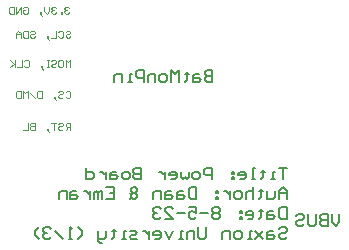
<source format=gbo>
G04*
G04 #@! TF.GenerationSoftware,Altium Limited,Altium Designer,23.4.1 (23)*
G04*
G04 Layer_Color=32896*
%FSLAX44Y44*%
%MOMM*%
G71*
G04*
G04 #@! TF.SameCoordinates,578947FD-33E4-429F-A021-2FF82048D882*
G04*
G04*
G04 #@! TF.FilePolarity,Positive*
G04*
G01*
G75*
%ADD10C,0.2000*%
%ADD14C,0.1000*%
D10*
X319310Y113977D02*
X312645D01*
X315978D01*
Y103981D01*
X309313D02*
X305981D01*
X307647D01*
Y110645D01*
X309313D01*
X299316Y112311D02*
Y110645D01*
X300983D01*
X297650D01*
X299316D01*
Y105647D01*
X297650Y103981D01*
X292652D02*
X289320D01*
X290986D01*
Y113977D01*
X292652D01*
X279323Y103981D02*
X282655D01*
X284321Y105647D01*
Y108979D01*
X282655Y110645D01*
X279323D01*
X277657Y108979D01*
Y107313D01*
X284321D01*
X274324Y110645D02*
X272658D01*
Y108979D01*
X274324D01*
Y110645D01*
Y105647D02*
X272658D01*
Y103981D01*
X274324D01*
Y105647D01*
X255997Y103981D02*
Y113977D01*
X250999D01*
X249333Y112311D01*
Y108979D01*
X250999Y107313D01*
X255997D01*
X244334Y103981D02*
X241002D01*
X239336Y105647D01*
Y108979D01*
X241002Y110645D01*
X244334D01*
X246000Y108979D01*
Y105647D01*
X244334Y103981D01*
X236003Y110645D02*
Y105647D01*
X234337Y103981D01*
X232671Y105647D01*
X231005Y103981D01*
X229339Y105647D01*
Y110645D01*
X221008Y103981D02*
X224341D01*
X226007Y105647D01*
Y108979D01*
X224341Y110645D01*
X221008D01*
X219342Y108979D01*
Y107313D01*
X226007D01*
X216010Y110645D02*
Y103981D01*
Y107313D01*
X214344Y108979D01*
X212678Y110645D01*
X211012D01*
X196016Y113977D02*
Y103981D01*
X191018D01*
X189352Y105647D01*
Y107313D01*
X191018Y108979D01*
X196016D01*
X191018D01*
X189352Y110645D01*
Y112311D01*
X191018Y113977D01*
X196016D01*
X184354Y103981D02*
X181021D01*
X179355Y105647D01*
Y108979D01*
X181021Y110645D01*
X184354D01*
X186020Y108979D01*
Y105647D01*
X184354Y103981D01*
X174357Y110645D02*
X171024D01*
X169358Y108979D01*
Y103981D01*
X174357D01*
X176023Y105647D01*
X174357Y107313D01*
X169358D01*
X166026Y110645D02*
Y103981D01*
Y107313D01*
X164360Y108979D01*
X162694Y110645D01*
X161028D01*
X149365Y113977D02*
Y103981D01*
X154363D01*
X156029Y105647D01*
Y108979D01*
X154363Y110645D01*
X149365D01*
X319310Y87184D02*
Y93849D01*
X315978Y97181D01*
X312645Y93849D01*
Y87184D01*
Y92183D01*
X319310D01*
X309313Y93849D02*
Y88851D01*
X307647Y87184D01*
X302649D01*
Y93849D01*
X297650Y95515D02*
Y93849D01*
X299316D01*
X295984D01*
X297650D01*
Y88851D01*
X295984Y87184D01*
X290986Y97181D02*
Y87184D01*
Y92183D01*
X289320Y93849D01*
X285987D01*
X284321Y92183D01*
Y87184D01*
X279323D02*
X275991D01*
X274324Y88851D01*
Y92183D01*
X275991Y93849D01*
X279323D01*
X280989Y92183D01*
Y88851D01*
X279323Y87184D01*
X270992Y93849D02*
Y87184D01*
Y90517D01*
X269326Y92183D01*
X267660Y93849D01*
X265994D01*
X260996D02*
X259329D01*
Y92183D01*
X260996D01*
Y93849D01*
Y88851D02*
X259329D01*
Y87184D01*
X260996D01*
Y88851D01*
X242668Y97181D02*
Y87184D01*
X237670D01*
X236003Y88851D01*
Y95515D01*
X237670Y97181D01*
X242668D01*
X231005Y93849D02*
X227673D01*
X226007Y92183D01*
Y87184D01*
X231005D01*
X232671Y88851D01*
X231005Y90517D01*
X226007D01*
X221008Y93849D02*
X217676D01*
X216010Y92183D01*
Y87184D01*
X221008D01*
X222675Y88851D01*
X221008Y90517D01*
X216010D01*
X212678Y87184D02*
Y93849D01*
X207679D01*
X206013Y92183D01*
Y87184D01*
X186020D02*
X187686Y88851D01*
X189352Y87184D01*
X191018D01*
X192684Y88851D01*
Y90517D01*
X191018Y92183D01*
X192684Y93849D01*
Y95515D01*
X191018Y97181D01*
X189352D01*
X187686Y95515D01*
Y93849D01*
X189352Y92183D01*
X187686Y90517D01*
Y88851D01*
X186020Y92183D02*
X187686Y90517D01*
X191018Y92183D02*
X189352D01*
X166026Y97181D02*
X172691D01*
Y87184D01*
X166026D01*
X172691Y92183D02*
X169358D01*
X162694Y87184D02*
Y93849D01*
X161028D01*
X159362Y92183D01*
Y87184D01*
Y92183D01*
X157695Y93849D01*
X156029Y92183D01*
Y87184D01*
X152697Y93849D02*
Y87184D01*
Y90517D01*
X151031Y92183D01*
X149365Y93849D01*
X147699D01*
X141034D02*
X137702D01*
X136036Y92183D01*
Y87184D01*
X141034D01*
X142700Y88851D01*
X141034Y90517D01*
X136036D01*
X132704Y87184D02*
Y93849D01*
X127705D01*
X126039Y92183D01*
Y87184D01*
X319310Y80385D02*
Y70388D01*
X314312D01*
X312645Y72055D01*
Y78719D01*
X314312Y80385D01*
X319310D01*
X307647Y77053D02*
X304315D01*
X302649Y75387D01*
Y70388D01*
X307647D01*
X309313Y72055D01*
X307647Y73721D01*
X302649D01*
X297650Y78719D02*
Y77053D01*
X299316D01*
X295984D01*
X297650D01*
Y72055D01*
X295984Y70388D01*
X285987D02*
X289320D01*
X290986Y72055D01*
Y75387D01*
X289320Y77053D01*
X285987D01*
X284321Y75387D01*
Y73721D01*
X290986D01*
X280989Y77053D02*
X279323D01*
Y75387D01*
X280989D01*
Y77053D01*
Y72055D02*
X279323D01*
Y70388D01*
X280989D01*
Y72055D01*
X262662Y78719D02*
X260996Y80385D01*
X257663D01*
X255997Y78719D01*
Y77053D01*
X257663Y75387D01*
X255997Y73721D01*
Y72055D01*
X257663Y70388D01*
X260996D01*
X262662Y72055D01*
Y73721D01*
X260996Y75387D01*
X262662Y77053D01*
Y78719D01*
X260996Y75387D02*
X257663D01*
X252665D02*
X246000D01*
X236003Y80385D02*
X242668D01*
Y75387D01*
X239336Y77053D01*
X237670D01*
X236003Y75387D01*
Y72055D01*
X237670Y70388D01*
X241002D01*
X242668Y72055D01*
X232671Y75387D02*
X226007D01*
X216010Y70388D02*
X222675D01*
X216010Y77053D01*
Y78719D01*
X217676Y80385D01*
X221008D01*
X222675Y78719D01*
X212678D02*
X211012Y80385D01*
X207679D01*
X206013Y78719D01*
Y77053D01*
X207679Y75387D01*
X209345D01*
X207679D01*
X206013Y73721D01*
Y72055D01*
X207679Y70388D01*
X211012D01*
X212678Y72055D01*
X312645Y61923D02*
X314312Y63589D01*
X317644D01*
X319310Y61923D01*
Y60257D01*
X317644Y58591D01*
X314312D01*
X312645Y56925D01*
Y55258D01*
X314312Y53592D01*
X317644D01*
X319310Y55258D01*
X307647Y60257D02*
X304315D01*
X302649Y58591D01*
Y53592D01*
X307647D01*
X309313Y55258D01*
X307647Y56925D01*
X302649D01*
X299316Y60257D02*
X292652Y53592D01*
X295984Y56925D01*
X292652Y60257D01*
X299316Y53592D01*
X289320D02*
X285987D01*
X287654D01*
Y60257D01*
X289320D01*
X279323Y53592D02*
X275991D01*
X274324Y55258D01*
Y58591D01*
X275991Y60257D01*
X279323D01*
X280989Y58591D01*
Y55258D01*
X279323Y53592D01*
X270992D02*
Y60257D01*
X265994D01*
X264328Y58591D01*
Y53592D01*
X250999Y63589D02*
Y55258D01*
X249333Y53592D01*
X246000D01*
X244334Y55258D01*
Y63589D01*
X241002Y53592D02*
Y60257D01*
X236003D01*
X234337Y58591D01*
Y53592D01*
X231005D02*
X227673D01*
X229339D01*
Y60257D01*
X231005D01*
X222675D02*
X219342Y53592D01*
X216010Y60257D01*
X207679Y53592D02*
X211012D01*
X212678Y55258D01*
Y58591D01*
X211012Y60257D01*
X207679D01*
X206013Y58591D01*
Y56925D01*
X212678D01*
X202681Y60257D02*
Y53592D01*
Y56925D01*
X201015Y58591D01*
X199349Y60257D01*
X197682D01*
X192684Y53592D02*
X187686D01*
X186020Y55258D01*
X187686Y56925D01*
X191018D01*
X192684Y58591D01*
X191018Y60257D01*
X186020D01*
X182687Y53592D02*
X179355D01*
X181021D01*
Y60257D01*
X182687D01*
X172691Y61923D02*
Y60257D01*
X174357D01*
X171024D01*
X172691D01*
Y55258D01*
X171024Y53592D01*
X166026Y60257D02*
Y55258D01*
X164360Y53592D01*
X159362D01*
Y51926D01*
X161028Y50260D01*
X162694D01*
X159362Y53592D02*
Y60257D01*
X142700Y53592D02*
X146032Y56925D01*
Y60257D01*
X142700Y63589D01*
X137702Y53592D02*
X134370D01*
X136036D01*
Y63589D01*
X137702Y61923D01*
X129371Y53592D02*
X122707Y60257D01*
X119375Y61923D02*
X117708Y63589D01*
X114376D01*
X112710Y61923D01*
Y60257D01*
X114376Y58591D01*
X116042D01*
X114376D01*
X112710Y56925D01*
Y55258D01*
X114376Y53592D01*
X117708D01*
X119375Y55258D01*
X109378Y53592D02*
X106045Y56925D01*
Y60257D01*
X109378Y63589D01*
X256276Y196208D02*
Y186212D01*
X251277D01*
X249611Y187878D01*
Y189544D01*
X251277Y191210D01*
X256276D01*
X251277D01*
X249611Y192876D01*
Y194542D01*
X251277Y196208D01*
X256276D01*
X244613Y192876D02*
X241281D01*
X239615Y191210D01*
Y186212D01*
X244613D01*
X246279Y187878D01*
X244613Y189544D01*
X239615D01*
X234616Y194542D02*
Y192876D01*
X236282D01*
X232950D01*
X234616D01*
Y187878D01*
X232950Y186212D01*
X227952D02*
Y196208D01*
X224619Y192876D01*
X221287Y196208D01*
Y186212D01*
X216289D02*
X212956D01*
X211290Y187878D01*
Y191210D01*
X212956Y192876D01*
X216289D01*
X217955Y191210D01*
Y187878D01*
X216289Y186212D01*
X207958D02*
Y192876D01*
X202960D01*
X201294Y191210D01*
Y186212D01*
X197961D02*
Y196208D01*
X192963D01*
X191297Y194542D01*
Y191210D01*
X192963Y189544D01*
X197961D01*
X187964Y186212D02*
X184632D01*
X186298D01*
Y192876D01*
X187964D01*
X179634Y186212D02*
Y192876D01*
X174636D01*
X172969Y191210D01*
Y186212D01*
X363767Y74848D02*
Y68184D01*
X360435Y64852D01*
X357103Y68184D01*
Y74848D01*
X353771D02*
Y64852D01*
X348772D01*
X347106Y66518D01*
Y68184D01*
X348772Y69850D01*
X353771D01*
X348772D01*
X347106Y71516D01*
Y73182D01*
X348772Y74848D01*
X353771D01*
X343774D02*
Y66518D01*
X342108Y64852D01*
X338775D01*
X337109Y66518D01*
Y74848D01*
X327113Y73182D02*
X328779Y74848D01*
X332111D01*
X333777Y73182D01*
Y71516D01*
X332111Y69850D01*
X328779D01*
X327113Y68184D01*
Y66518D01*
X328779Y64852D01*
X332111D01*
X333777Y66518D01*
D14*
X131861Y178008D02*
X132861Y179007D01*
X134860D01*
X135860Y178008D01*
Y174009D01*
X134860Y173009D01*
X132861D01*
X131861Y174009D01*
X125863Y178008D02*
X126863Y179007D01*
X128862D01*
X129862Y178008D01*
Y177008D01*
X128862Y176008D01*
X126863D01*
X125863Y175009D01*
Y174009D01*
X126863Y173009D01*
X128862D01*
X129862Y174009D01*
X122864Y172010D02*
X121865Y173009D01*
Y174009D01*
X122864D01*
Y173009D01*
X121865D01*
X122864Y172010D01*
X123864Y171010D01*
X111868Y179007D02*
Y173009D01*
X108869D01*
X107869Y174009D01*
Y178008D01*
X108869Y179007D01*
X111868D01*
X105870Y173009D02*
X101871Y177008D01*
X99872Y173009D02*
Y179007D01*
X97872Y177008D01*
X95873Y179007D01*
Y173009D01*
X93874Y179007D02*
Y173009D01*
X90875D01*
X89875Y174009D01*
Y178008D01*
X90875Y179007D01*
X93874D01*
X135860Y146009D02*
Y152007D01*
X132861D01*
X131861Y151008D01*
Y149008D01*
X132861Y148009D01*
X135860D01*
X133861D02*
X131861Y146009D01*
X125863Y151008D02*
X126863Y152007D01*
X128862D01*
X129862Y151008D01*
Y150008D01*
X128862Y149008D01*
X126863D01*
X125863Y148009D01*
Y147009D01*
X126863Y146009D01*
X128862D01*
X129862Y147009D01*
X123864Y152007D02*
X119865D01*
X121865D01*
Y146009D01*
X116866Y145010D02*
X115866Y146009D01*
Y147009D01*
X116866D01*
Y146009D01*
X115866D01*
X116866Y145010D01*
X117866Y144010D01*
X105870Y152007D02*
Y146009D01*
X102871D01*
X101871Y147009D01*
Y148009D01*
X102871Y149008D01*
X105870D01*
X102871D01*
X101871Y150008D01*
Y151008D01*
X102871Y152007D01*
X105870D01*
X99872D02*
Y146009D01*
X95873D01*
X135860Y199009D02*
Y205007D01*
X133861Y203008D01*
X131861Y205007D01*
Y199009D01*
X126863Y205007D02*
X128862D01*
X129862Y204008D01*
Y200009D01*
X128862Y199009D01*
X126863D01*
X125863Y200009D01*
Y204008D01*
X126863Y205007D01*
X119865Y204008D02*
X120865Y205007D01*
X122864D01*
X123864Y204008D01*
Y203008D01*
X122864Y202008D01*
X120865D01*
X119865Y201009D01*
Y200009D01*
X120865Y199009D01*
X122864D01*
X123864Y200009D01*
X117866Y205007D02*
X115866D01*
X116866D01*
Y199009D01*
X117866D01*
X115866D01*
X111868Y198010D02*
X110868Y199009D01*
Y200009D01*
X111868D01*
Y199009D01*
X110868D01*
X111868Y198010D01*
X112867Y197010D01*
X96873Y204008D02*
X97872Y205007D01*
X99872D01*
X100871Y204008D01*
Y200009D01*
X99872Y199009D01*
X97872D01*
X96873Y200009D01*
X94873Y205007D02*
Y199009D01*
X90875D01*
X88875Y205007D02*
Y199009D01*
Y201009D01*
X84876Y205007D01*
X87876Y202008D01*
X84876Y199009D01*
X131861Y229008D02*
X132861Y230007D01*
X134860D01*
X135860Y229008D01*
Y228008D01*
X134860Y227008D01*
X132861D01*
X131861Y226009D01*
Y225009D01*
X132861Y224009D01*
X134860D01*
X135860Y225009D01*
X125863Y229008D02*
X126863Y230007D01*
X128862D01*
X129862Y229008D01*
Y225009D01*
X128862Y224009D01*
X126863D01*
X125863Y225009D01*
X123864Y230007D02*
Y224009D01*
X119865D01*
X116866Y223010D02*
X115866Y224009D01*
Y225009D01*
X116866D01*
Y224009D01*
X115866D01*
X116866Y223010D01*
X117866Y222010D01*
X101871Y229008D02*
X102871Y230007D01*
X104870D01*
X105870Y229008D01*
Y228008D01*
X104870Y227008D01*
X102871D01*
X101871Y226009D01*
Y225009D01*
X102871Y224009D01*
X104870D01*
X105870Y225009D01*
X99872Y230007D02*
Y224009D01*
X96873D01*
X95873Y225009D01*
Y229008D01*
X96873Y230007D01*
X99872D01*
X93874Y224009D02*
Y228008D01*
X91874Y230007D01*
X89875Y228008D01*
Y224009D01*
Y227008D01*
X93874D01*
X134890Y249298D02*
X133890Y250297D01*
X131891D01*
X130891Y249298D01*
Y248298D01*
X131891Y247298D01*
X132891D01*
X131891D01*
X130891Y246299D01*
Y245299D01*
X131891Y244299D01*
X133890D01*
X134890Y245299D01*
X128892Y244299D02*
Y245299D01*
X127892D01*
Y244299D01*
X128892D01*
X123894Y249298D02*
X122894Y250297D01*
X120895D01*
X119895Y249298D01*
Y248298D01*
X120895Y247298D01*
X121894D01*
X120895D01*
X119895Y246299D01*
Y245299D01*
X120895Y244299D01*
X122894D01*
X123894Y245299D01*
X117895Y250297D02*
Y246299D01*
X115896Y244299D01*
X113897Y246299D01*
Y250297D01*
X110898Y243300D02*
X109898Y244299D01*
Y245299D01*
X110898D01*
Y244299D01*
X109898D01*
X110898Y243300D01*
X111897Y242300D01*
X95903Y249298D02*
X96902Y250297D01*
X98902D01*
X99901Y249298D01*
Y245299D01*
X98902Y244299D01*
X96902D01*
X95903Y245299D01*
Y247298D01*
X97902D01*
X93903Y244299D02*
Y250297D01*
X89905Y244299D01*
Y250297D01*
X87905D02*
Y244299D01*
X84906D01*
X83906Y245299D01*
Y249298D01*
X84906Y250297D01*
X87905D01*
M02*

</source>
